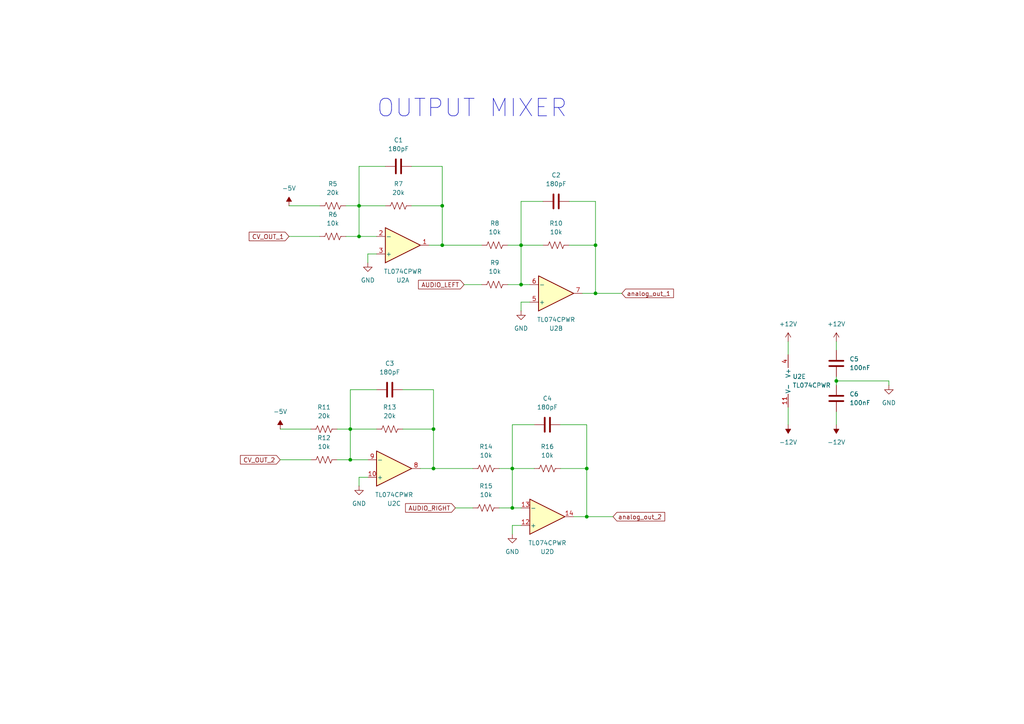
<source format=kicad_sch>
(kicad_sch (version 20250114) (generator "eeschema") (generator_version "9.0")
  (paper "A4")
  (title_block (title "200 Series Synthesis Platform") (date "2025-01-18") (rev "A0") (company "SVG Synthesis"))
  (lib_symbols
    (symbol "0_synthesis_ic:TL074CPWR" (pin_names (offset 0.127))
      (property "Reference" "U" (at 0 5.08 0))
      (property "Value" "TL074CPWR" (at 0 -5.08 0))
      (symbol "TL074CPWR_1_1"
        (polyline (pts (xy -5.08 5.08) (xy 5.08 0) (xy -5.08 -5.08) (xy -5.08 5.08)) (stroke (width 0.254)) (fill (type background)))
        (pin input line (at -7.62 2.54 0) (length 2.54) (name "+") (number "3"))
        (pin input line (at -7.62 -2.54 0) (length 2.54) (name "-") (number "2"))
        (pin output line (at 7.62 0 180) (length 2.54) (name "~") (number "1"))
      )
      (symbol "TL074CPWR_2_1"
        (polyline (pts (xy -5.08 5.08) (xy 5.08 0) (xy -5.08 -5.08) (xy -5.08 5.08)) (stroke (width 0.254)) (fill (type background)))
        (pin input line (at -7.62 2.54 0) (length 2.54) (name "+") (number "5"))
        (pin input line (at -7.62 -2.54 0) (length 2.54) (name "-") (number "6"))
        (pin output line (at 7.62 0 180) (length 2.54) (name "~") (number "7"))
      )
      (symbol "TL074CPWR_3_1"
        (polyline (pts (xy -5.08 5.08) (xy 5.08 0) (xy -5.08 -5.08) (xy -5.08 5.08)) (stroke (width 0.254)) (fill (type background)))
        (pin input line (at -7.62 2.54 0) (length 2.54) (name "+") (number "10"))
        (pin input line (at -7.62 -2.54 0) (length 2.54) (name "-") (number "9"))
        (pin output line (at 7.62 0 180) (length 2.54) (name "~") (number "8"))
      )
      (symbol "TL074CPWR_4_1"
        (polyline (pts (xy -5.08 5.08) (xy 5.08 0) (xy -5.08 -5.08) (xy -5.08 5.08)) (stroke (width 0.254)) (fill (type background)))
        (pin input line (at -7.62 2.54 0) (length 2.54) (name "+") (number "12"))
        (pin input line (at -7.62 -2.54 0) (length 2.54) (name "-") (number "13"))
        (pin output line (at 7.62 0 180) (length 2.54) (name "~") (number "14"))
      )
      (symbol "TL074CPWR_5_1"
        (pin power_in line (at -2.54 7.62 270) (length 3.81) (name "V+") (number "4"))
        (pin power_in line (at -2.54 -7.62 90) (length 3.81) (name "V-") (number "11"))
      )
    )
    (symbol "0_synthesis_passives:CAP_100NF_0603_X7R" (pin_numbers (hide yes)) (pin_names (offset 0.254))
      (property "Reference" "C" (at 0.635 2.54 0))
      (property "Value" "100nF" (at 0.635 -2.54 0))
      (symbol "CAP_100NF_0603_X7R_0_1"
        (polyline (pts (xy -2.032 0.762) (xy 2.032 0.762)) (stroke (width 0.508)))
        (polyline (pts (xy -2.032 -0.762) (xy 2.032 -0.762)) (stroke (width 0.508)))
      )
      (symbol "CAP_100NF_0603_X7R_1_1"
        (pin passive line (at 0 3.81 270) (length 2.794) (name "~") (number "1"))
        (pin passive line (at 0 -3.81 90) (length 2.794) (name "~") (number "2"))
      )
    )
    (symbol "0_synthesis_passives:CAP_180PF_0603_C0G" (pin_numbers (hide yes)) (pin_names (offset 0.254))
      (property "Reference" "C" (at 0.635 2.54 0))
      (property "Value" "180pF" (at 0.635 -2.54 0))
      (symbol "CAP_180PF_0603_C0G_0_1"
        (polyline (pts (xy -2.032 0.762) (xy 2.032 0.762)) (stroke (width 0.508)))
        (polyline (pts (xy -2.032 -0.762) (xy 2.032 -0.762)) (stroke (width 0.508)))
      )
      (symbol "CAP_180PF_0603_C0G_1_1"
        (pin passive line (at 0 3.81 270) (length 2.794) (name "~") (number "1"))
        (pin passive line (at 0 -3.81 90) (length 2.794) (name "~") (number "2"))
      )
    )
    (symbol "0_synthesis_passives:RES_10k_0603" (pin_numbers (hide yes)) (pin_names (offset 0))
      (property "Reference" "R" (at 2.54 0 90))
      (property "Value" "10k" (at -2.54 0 90))
      (symbol "RES_10k_0603_0_1"
        (polyline (pts (xy 0 2.286) (xy 0 2.54)))
        (polyline (pts (xy 0 2.286) (xy 1.016 1.905) (xy 0 1.524) (xy -1.016 1.143) (xy 0 0.762)))
        (polyline (pts (xy 0 0.762) (xy 1.016 0.381) (xy 0 0) (xy -1.016 -0.381) (xy 0 -0.762)))
        (polyline (pts (xy 0 -0.762) (xy 1.016 -1.143) (xy 0 -1.524) (xy -1.016 -1.905) (xy 0 -2.286)))
        (polyline (pts (xy 0 -2.286) (xy 0 -2.54)))
      )
      (symbol "RES_10k_0603_1_1"
        (pin passive line (at 0 3.81 270) (length 1.27) (name "~") (number "1"))
        (pin passive line (at 0 -3.81 90) (length 1.27) (name "~") (number "2"))
      )
    )
    (symbol "0_synthesis_passives:RES_20k_0603" (pin_numbers (hide yes)) (pin_names (offset 0))
      (property "Reference" "R" (at 2.54 0 90))
      (property "Value" "20k" (at -2.54 0 90))
      (symbol "RES_20k_0603_0_1"
        (polyline (pts (xy 0 2.286) (xy 0 2.54)))
        (polyline (pts (xy 0 2.286) (xy 1.016 1.905) (xy 0 1.524) (xy -1.016 1.143) (xy 0 0.762)))
        (polyline (pts (xy 0 0.762) (xy 1.016 0.381) (xy 0 0) (xy -1.016 -0.381) (xy 0 -0.762)))
        (polyline (pts (xy 0 -0.762) (xy 1.016 -1.143) (xy 0 -1.524) (xy -1.016 -1.905) (xy 0 -2.286)))
        (polyline (pts (xy 0 -2.286) (xy 0 -2.54)))
      )
      (symbol "RES_20k_0603_1_1"
        (pin passive line (at 0 3.81 270) (length 1.27) (name "~") (number "1"))
        (pin passive line (at 0 -3.81 90) (length 1.27) (name "~") (number "2"))
      )
    )
    (symbol "power:+12V" (power) (pin_numbers (hide yes)) (pin_names (offset 0) (hide yes))
      (property "Value" "+12V" (at 0 3.556 0))
      (symbol "+12V_0_1"
        (polyline (pts (xy -0.762 1.27) (xy 0 2.54)))
        (polyline (pts (xy 0 2.54) (xy 0.762 1.27)))
        (polyline (pts (xy 0 0) (xy 0 2.54)))
      )
      (symbol "+12V_1_1"
        (pin power_in line (at 0 0 90) (length 0) (name "~") (number "1"))
      )
    )
    (symbol "power:-12V" (power) (pin_numbers (hide yes)) (pin_names (offset 0) (hide yes))
      (property "Value" "-12V" (at 0 3.556 0))
      (symbol "-12V_0_0"
        (pin power_in line (at 0 0 90) (length 0) (name "~") (number "1"))
      )
      (symbol "-12V_0_1"
        (polyline (pts (xy 0 0) (xy 0 1.27) (xy 0.762 1.27) (xy 0 2.54) (xy -0.762 1.27) (xy 0 1.27)) (fill (type outline)))
      )
    )
    (symbol "power:-5V" (power) (pin_numbers (hide yes)) (pin_names (offset 0) (hide yes))
      (property "Value" "-5V" (at 0 3.556 0))
      (symbol "-5V_0_0"
        (pin power_in line (at 0 0 90) (length 0) (name "~") (number "1"))
      )
      (symbol "-5V_0_1"
        (polyline (pts (xy 0 0) (xy 0 1.27) (xy 0.762 1.27) (xy 0 2.54) (xy -0.762 1.27) (xy 0 1.27)) (fill (type outline)))
      )
    )
    (symbol "power:GND" (power) (pin_numbers (hide yes)) (pin_names (offset 0) (hide yes))
      (property "Value" "GND" (at 0 -3.81 0))
      (symbol "GND_0_1"
        (polyline (pts (xy 0 0) (xy 0 -1.27) (xy 1.27 -1.27) (xy 0 -2.54) (xy -1.27 -1.27) (xy 0 -1.27)))
      )
      (symbol "GND_1_1"
        (pin power_in line (at 0 0 270) (length 0) (name "~") (number "1"))
      )
    )
  )
  (text "OUTPUT MIXER" (at 136.906 31.496 0) (effects (font (size 5.08 5.08))))
  (junction (at 148.59 147.32))
  (junction (at 101.6 124.46))
  (junction (at 170.18 135.89))
  (junction (at 104.14 68.58))
  (junction (at 125.73 124.46))
  (junction (at 172.72 71.12))
  (junction (at 101.6 133.35))
  (junction (at 170.18 149.86))
  (junction (at 148.59 135.89))
  (junction (at 172.72 85.09))
  (junction (at 128.27 59.69))
  (junction (at 151.13 82.55))
  (junction (at 242.57 110.49))
  (junction (at 104.14 59.69))
  (junction (at 151.13 71.12))
  (junction (at 128.27 71.12))
  (junction (at 125.73 135.89))
  (wire (pts (xy 100.33 59.69) (xy 104.14 59.69)))
  (wire (pts (xy 162.56 123.19) (xy 170.18 123.19)))
  (wire (pts (xy 101.6 124.46) (xy 109.22 124.46)))
  (wire (pts (xy 104.14 48.26) (xy 104.14 59.69)))
  (wire (pts (xy 228.6 99.06) (xy 228.6 102.87)))
  (wire (pts (xy 92.71 68.58) (xy 83.82 68.58)))
  (wire (pts (xy 104.14 68.58) (xy 109.22 68.58)))
  (wire (pts (xy 165.1 58.42) (xy 172.72 58.42)))
  (wire (pts (xy 165.1 71.12) (xy 172.72 71.12)))
  (wire (pts (xy 148.59 135.89) (xy 148.59 147.32)))
  (wire (pts (xy 121.92 135.89) (xy 125.73 135.89)))
  (wire (pts (xy 151.13 90.17) (xy 151.13 87.63)))
  (wire (pts (xy 170.18 149.86) (xy 177.8 149.86)))
  (wire (pts (xy 242.57 110.49) (xy 257.81 110.49)))
  (wire (pts (xy 116.84 113.03) (xy 125.73 113.03)))
  (wire (pts (xy 172.72 58.42) (xy 172.72 71.12)))
  (wire (pts (xy 172.72 85.09) (xy 180.34 85.09)))
  (wire (pts (xy 83.82 59.69) (xy 92.71 59.69)))
  (wire (pts (xy 100.33 68.58) (xy 104.14 68.58)))
  (wire (pts (xy 144.78 135.89) (xy 148.59 135.89)))
  (wire (pts (xy 257.81 110.49) (xy 257.81 111.76)))
  (wire (pts (xy 104.14 138.43) (xy 106.68 138.43)))
  (wire (pts (xy 170.18 123.19) (xy 170.18 135.89)))
  (wire (pts (xy 81.28 124.46) (xy 90.17 124.46)))
  (wire (pts (xy 144.78 147.32) (xy 148.59 147.32)))
  (wire (pts (xy 242.57 119.38) (xy 242.57 123.19)))
  (wire (pts (xy 154.94 123.19) (xy 148.59 123.19)))
  (wire (pts (xy 242.57 99.06) (xy 242.57 101.6)))
  (wire (pts (xy 97.79 124.46) (xy 101.6 124.46)))
  (wire (pts (xy 104.14 59.69) (xy 111.76 59.69)))
  (wire (pts (xy 151.13 71.12) (xy 151.13 82.55)))
  (wire (pts (xy 128.27 59.69) (xy 128.27 71.12)))
  (wire (pts (xy 119.38 48.26) (xy 128.27 48.26)))
  (wire (pts (xy 90.17 133.35) (xy 81.28 133.35)))
  (wire (pts (xy 157.48 58.42) (xy 151.13 58.42)))
  (wire (pts (xy 151.13 58.42) (xy 151.13 71.12)))
  (wire (pts (xy 242.57 109.22) (xy 242.57 110.49)))
  (wire (pts (xy 104.14 59.69) (xy 104.14 68.58)))
  (wire (pts (xy 132.08 147.32) (xy 137.16 147.32)))
  (wire (pts (xy 101.6 113.03) (xy 101.6 124.46)))
  (wire (pts (xy 148.59 152.4) (xy 151.13 152.4)))
  (wire (pts (xy 97.79 133.35) (xy 101.6 133.35)))
  (wire (pts (xy 148.59 147.32) (xy 151.13 147.32)))
  (wire (pts (xy 228.6 118.11) (xy 228.6 123.19)))
  (wire (pts (xy 125.73 124.46) (xy 125.73 135.89)))
  (wire (pts (xy 148.59 123.19) (xy 148.59 135.89)))
  (wire (pts (xy 125.73 113.03) (xy 125.73 124.46)))
  (wire (pts (xy 168.91 85.09) (xy 172.72 85.09)))
  (wire (pts (xy 147.32 82.55) (xy 151.13 82.55)))
  (wire (pts (xy 109.22 113.03) (xy 101.6 113.03)))
  (wire (pts (xy 151.13 71.12) (xy 157.48 71.12)))
  (wire (pts (xy 134.62 82.55) (xy 139.7 82.55)))
  (wire (pts (xy 104.14 140.97) (xy 104.14 138.43)))
  (wire (pts (xy 147.32 71.12) (xy 151.13 71.12)))
  (wire (pts (xy 172.72 71.12) (xy 172.72 85.09)))
  (wire (pts (xy 125.73 135.89) (xy 137.16 135.89)))
  (wire (pts (xy 148.59 135.89) (xy 154.94 135.89)))
  (wire (pts (xy 242.57 110.49) (xy 242.57 111.76)))
  (wire (pts (xy 151.13 82.55) (xy 153.67 82.55)))
  (wire (pts (xy 119.38 59.69) (xy 128.27 59.69)))
  (wire (pts (xy 128.27 71.12) (xy 139.7 71.12)))
  (wire (pts (xy 101.6 124.46) (xy 101.6 133.35)))
  (wire (pts (xy 106.68 76.2) (xy 106.68 73.66)))
  (wire (pts (xy 151.13 87.63) (xy 153.67 87.63)))
  (wire (pts (xy 111.76 48.26) (xy 104.14 48.26)))
  (wire (pts (xy 106.68 73.66) (xy 109.22 73.66)))
  (wire (pts (xy 162.56 135.89) (xy 170.18 135.89)))
  (wire (pts (xy 148.59 154.94) (xy 148.59 152.4)))
  (wire (pts (xy 116.84 124.46) (xy 125.73 124.46)))
  (wire (pts (xy 166.37 149.86) (xy 170.18 149.86)))
  (wire (pts (xy 124.46 71.12) (xy 128.27 71.12)))
  (wire (pts (xy 101.6 133.35) (xy 106.68 133.35)))
  (wire (pts (xy 170.18 135.89) (xy 170.18 149.86)))
  (wire (pts (xy 128.27 48.26) (xy 128.27 59.69)))
  (global_label "analog_out_2" (shape input) (at 177.8 149.86 0) (property "Intersheetrefs" "${INTERSHEET_REFS}" (effects (hide yes))))
  (global_label "analog_out_1" (shape input) (at 180.34 85.09 0) (property "Intersheetrefs" "${INTERSHEET_REFS}" (effects (hide yes))))
  (global_label "CV_OUT_2" (shape input) (at 81.28 133.35 180) (property "Intersheetrefs" "${INTERSHEET_REFS}" (effects (hide yes))))
  (global_label "AUDIO_LEFT" (shape input) (at 134.62 82.55 180) (property "Intersheetrefs" "${INTERSHEET_REFS}" (effects (hide yes))))
  (global_label "CV_OUT_1" (shape input) (at 83.82 68.58 180) (property "Intersheetrefs" "${INTERSHEET_REFS}" (effects (hide yes))))
  (global_label "AUDIO_RIGHT" (shape input) (at 132.08 147.32 180) (property "Intersheetrefs" "${INTERSHEET_REFS}" (effects (hide yes))))
  (symbol (lib_id "0_synthesis_passives:RES_20k_0603") (at 115.57 59.69 90) (unit 1)
    (property "Reference" "R7" (at 115.57 53.34 90))
    (property "Value" "20k" (at 115.57 55.88 90))
    (property "Footprint" "0_synthesis_smt:R_0603_1608Metric" (effects (hide yes)))
    (property "Description" "RES 20K OHM 1% 1/10W 0603" (effects (hide yes)))
    (property "MFR" "YAGEO" (effects (hide yes)))
    (property "MPN" "RC0603FR-0720KL" (effects (hide yes)))
    (property "LCSC" "C105575" (effects (hide yes)))
  )
  (symbol (lib_id "0_synthesis_passives:RES_10k_0603") (at 161.29 71.12 90) (unit 1)
    (property "Reference" "R10" (at 161.29 64.77 90))
    (property "Value" "10k" (at 161.29 67.31 90))
    (property "Footprint" "0_synthesis_smt:R_0603_1608Metric" (effects (hide yes)))
    (property "Description" "RES 10K OHM 1% 1/10W 0603" (effects (hide yes)))
    (property "MFR" "YAGEO" (effects (hide yes)))
    (property "MPN" "RC0603FR-0710KL" (effects (hide yes)))
    (property "LCSC" "C98220" (effects (hide yes)))
  )
  (symbol (lib_id "0_synthesis_passives:RES_10k_0603") (at 143.51 82.55 90) (unit 1)
    (property "Reference" "R9" (at 143.51 76.2 90))
    (property "Value" "10k" (at 143.51 78.74 90))
    (property "Footprint" "0_synthesis_smt:R_0603_1608Metric" (effects (hide yes)))
    (property "Description" "RES 10K OHM 1% 1/10W 0603" (effects (hide yes)))
    (property "MFR" "YAGEO" (effects (hide yes)))
    (property "MPN" "RC0603FR-0710KL" (effects (hide yes)))
    (property "LCSC" "C98220" (effects (hide yes)))
  )
  (symbol (lib_id "0_synthesis_passives:RES_10k_0603") (at 93.98 133.35 270) (unit 1)
    (property "Reference" "R12" (at 93.98 127 90))
    (property "Value" "10k" (at 93.98 129.54 90))
    (property "Footprint" "0_synthesis_smt:R_0603_1608Metric" (effects (hide yes)))
    (property "Description" "RES 10K OHM 1% 1/10W 0603" (effects (hide yes)))
    (property "MFR" "YAGEO" (effects (hide yes)))
    (property "MPN" "RC0603FR-0710KL" (effects (hide yes)))
    (property "LCSC" "C98220" (effects (hide yes)))
  )
  (symbol (lib_id "power:+12V") (at 242.57 99.06 0) (unit 1)
    (property "Reference" "#PWR044" (effects (hide yes)))
    (property "Value" "+12V" (at 242.57 93.98 0))
    (property "Description" "Power symbol creates a global label with name \"+12V\"" (effects (hide yes)))
  )
  (symbol (lib_id "0_synthesis_ic:TL074CPWR") (at 158.75 149.86 0) (mirror x) (unit 4)
    (property "Reference" "U2" (at 158.75 160.02 0))
    (property "Value" "TL074CPWR" (at 158.75 157.48 0))
    (property "Footprint" "0_synthesis_smt:TSSOP-14_4.4x5mm_P0.65mm" (effects (hide yes)))
    (property "Datasheet" "http://www.ti.com/lit/ds/symlink/lm2902-n.pdf" (effects (hide yes)))
    (property "Description" "IC OPAMP JFET 4 CIRCUIT 14TSSOP" (effects (hide yes)))
    (property "MFR" "TEXAS INTRUMENTS" (effects (hide yes)))
    (property "MPN" "TL074CPWR" (effects (hide yes)))
    (property "LCSC" "C96507" (effects (hide yes)))
  )
  (symbol (lib_id "0_synthesis_passives:RES_10k_0603") (at 143.51 71.12 90) (unit 1)
    (property "Reference" "R8" (at 143.51 64.77 90))
    (property "Value" "10k" (at 143.51 67.31 90))
    (property "Footprint" "0_synthesis_smt:R_0603_1608Metric" (effects (hide yes)))
    (property "Description" "RES 10K OHM 1% 1/10W 0603" (effects (hide yes)))
    (property "MFR" "YAGEO" (effects (hide yes)))
    (property "MPN" "RC0603FR-0710KL" (effects (hide yes)))
    (property "LCSC" "C98220" (effects (hide yes)))
  )
  (symbol (lib_id "power:GND") (at 148.59 154.94 0) (unit 1)
    (property "Reference" "#PWR034" (effects (hide yes)))
    (property "Value" "GND" (at 148.59 160.02 0))
    (property "Description" "Power symbol creates a global label with name \"GND\" , ground" (effects (hide yes)))
  )
  (symbol (lib_id "0_synthesis_passives:RES_10k_0603") (at 158.75 135.89 90) (unit 1)
    (property "Reference" "R16" (at 158.75 129.54 90))
    (property "Value" "10k" (at 158.75 132.08 90))
    (property "Footprint" "0_synthesis_smt:R_0603_1608Metric" (effects (hide yes)))
    (property "Description" "RES 10K OHM 1% 1/10W 0603" (effects (hide yes)))
    (property "MFR" "YAGEO" (effects (hide yes)))
    (property "MPN" "RC0603FR-0710KL" (effects (hide yes)))
    (property "LCSC" "C98220" (effects (hide yes)))
  )
  (symbol (lib_id "0_synthesis_ic:TL074CPWR") (at 114.3 135.89 0) (mirror x) (unit 3)
    (property "Reference" "U2" (at 114.3 146.05 0))
    (property "Value" "TL074CPWR" (at 114.3 143.51 0))
    (property "Footprint" "0_synthesis_smt:TSSOP-14_4.4x5mm_P0.65mm" (effects (hide yes)))
    (property "Datasheet" "http://www.ti.com/lit/ds/symlink/lm2902-n.pdf" (effects (hide yes)))
    (property "Description" "IC OPAMP JFET 4 CIRCUIT 14TSSOP" (effects (hide yes)))
    (property "MFR" "TEXAS INTRUMENTS" (effects (hide yes)))
    (property "MPN" "TL074CPWR" (effects (hide yes)))
    (property "LCSC" "C96507" (effects (hide yes)))
  )
  (symbol (lib_id "power:GND") (at 257.81 111.76 0) (unit 1)
    (property "Reference" "#PWR047" (effects (hide yes)))
    (property "Value" "GND" (at 257.81 116.84 0))
    (property "Description" "Power symbol creates a global label with name \"GND\" , ground" (effects (hide yes)))
  )
  (symbol (lib_id "power:-12V") (at 242.57 123.19 180) (unit 1)
    (property "Reference" "#PWR045" (effects (hide yes)))
    (property "Value" "-12V" (at 242.57 128.27 0))
    (property "Description" "Power symbol creates a global label with name \"-12V\"" (effects (hide yes)))
  )
  (symbol (lib_id "power:-12V") (at 228.6 123.19 180) (unit 1)
    (property "Reference" "#PWR042" (effects (hide yes)))
    (property "Value" "-12V" (at 228.6 128.27 0))
    (property "Description" "Power symbol creates a global label with name \"-12V\"" (effects (hide yes)))
  )
  (symbol (lib_id "0_synthesis_passives:CAP_180PF_0603_C0G") (at 161.29 58.42 90) (unit 1)
    (property "Reference" "C2" (at 161.29 50.8 90))
    (property "Value" "180pF" (at 161.29 53.34 90))
    (property "Footprint" "0_synthesis_smt:C_0603_1608Metric" (effects (hide yes)))
    (property "Description" "CAP CER 180PF 50V C0G 0603" (effects (hide yes)))
    (property "MFR" "YAGEO" (effects (hide yes)))
    (property "MPN" "CC0603JRNPO9BN181" (effects (hide yes)))
    (property "LCSC" "C107041" (effects (hide yes)))
  )
  (symbol (lib_id "power:-5V") (at 83.82 59.69 0) (unit 1)
    (property "Reference" "#PWR031" (effects (hide yes)))
    (property "Value" "-5V" (at 83.82 54.61 0))
    (property "Description" "Power symbol creates a global label with name \"-5V\"" (effects (hide yes)))
  )
  (symbol (lib_id "power:GND") (at 106.68 76.2 0) (unit 1)
    (property "Reference" "#PWR033" (effects (hide yes)))
    (property "Value" "GND" (at 106.68 81.28 0))
    (property "Description" "Power symbol creates a global label with name \"GND\" , ground" (effects (hide yes)))
  )
  (symbol (lib_id "power:-5V") (at 81.28 124.46 0) (unit 1)
    (property "Reference" "#PWR030" (effects (hide yes)))
    (property "Value" "-5V" (at 81.28 119.38 0))
    (property "Description" "Power symbol creates a global label with name \"-5V\"" (effects (hide yes)))
  )
  (symbol (lib_id "0_synthesis_passives:RES_10k_0603") (at 140.97 147.32 90) (unit 1)
    (property "Reference" "R15" (at 140.97 140.97 90))
    (property "Value" "10k" (at 140.97 143.51 90))
    (property "Footprint" "0_synthesis_smt:R_0603_1608Metric" (effects (hide yes)))
    (property "Description" "RES 10K OHM 1% 1/10W 0603" (effects (hide yes)))
    (property "MFR" "YAGEO" (effects (hide yes)))
    (property "MPN" "RC0603FR-0710KL" (effects (hide yes)))
    (property "LCSC" "C98220" (effects (hide yes)))
  )
  (symbol (lib_id "power:+12V") (at 228.6 99.06 0) (unit 1)
    (property "Reference" "#PWR041" (effects (hide yes)))
    (property "Value" "+12V" (at 228.6 93.98 0))
    (property "Description" "Power symbol creates a global label with name \"+12V\"" (effects (hide yes)))
  )
  (symbol (lib_id "0_synthesis_ic:TL074CPWR") (at 231.14 110.49 0) (unit 5)
    (property "Reference" "U2" (at 229.87 109.2199 0) (effects (justify left)))
    (property "Value" "TL074CPWR" (at 229.87 111.7599 0) (effects (justify left)))
    (property "Footprint" "0_synthesis_smt:TSSOP-14_4.4x5mm_P0.65mm" (effects (hide yes)))
    (property "Datasheet" "http://www.ti.com/lit/ds/symlink/lm2902-n.pdf" (effects (hide yes)))
    (property "Description" "IC OPAMP JFET 4 CIRCUIT 14TSSOP" (effects (hide yes)))
    (property "MFR" "TEXAS INTRUMENTS" (effects (hide yes)))
    (property "MPN" "TL074CPWR" (effects (hide yes)))
    (property "LCSC" "C96507" (effects (hide yes)))
  )
  (symbol (lib_id "0_synthesis_passives:CAP_100NF_0603_X7R") (at 242.57 105.41 0) (unit 1)
    (property "Reference" "C5" (at 246.38 104.1399 0) (effects (justify left)))
    (property "Value" "100nF" (at 246.38 106.6799 0) (effects (justify left)))
    (property "Footprint" "0_synthesis_smt:C_0603_1608Metric" (effects (hide yes)))
    (property "Description" "CAP CER 0.1UF 50V X7R 0603" (effects (hide yes)))
    (property "MFR" "YAGEO" (effects (hide yes)))
    (property "MPN" "CC0603KRX7R9BB104" (effects (hide yes)))
    (property "LCSC" "C14663" (effects (hide yes)))
  )
  (symbol (lib_id "power:GND") (at 104.14 140.97 0) (unit 1)
    (property "Reference" "#PWR032" (effects (hide yes)))
    (property "Value" "GND" (at 104.14 146.05 0))
    (property "Description" "Power symbol creates a global label with name \"GND\" , ground" (effects (hide yes)))
  )
  (symbol (lib_id "0_synthesis_passives:CAP_180PF_0603_C0G") (at 115.57 48.26 90) (unit 1)
    (property "Reference" "C1" (at 115.57 40.64 90))
    (property "Value" "180pF" (at 115.57 43.18 90))
    (property "Footprint" "0_synthesis_smt:C_0603_1608Metric" (effects (hide yes)))
    (property "Description" "CAP CER 180PF 50V C0G 0603" (effects (hide yes)))
    (property "MFR" "YAGEO" (effects (hide yes)))
    (property "MPN" "CC0603JRNPO9BN181" (effects (hide yes)))
    (property "LCSC" "C107041" (effects (hide yes)))
  )
  (symbol (lib_id "0_synthesis_passives:CAP_180PF_0603_C0G") (at 113.03 113.03 90) (unit 1)
    (property "Reference" "C3" (at 113.03 105.41 90))
    (property "Value" "180pF" (at 113.03 107.95 90))
    (property "Footprint" "0_synthesis_smt:C_0603_1608Metric" (effects (hide yes)))
    (property "Description" "CAP CER 180PF 50V C0G 0603" (effects (hide yes)))
    (property "MFR" "YAGEO" (effects (hide yes)))
    (property "MPN" "CC0603JRNPO9BN181" (effects (hide yes)))
    (property "LCSC" "C107041" (effects (hide yes)))
  )
  (symbol (lib_id "0_synthesis_passives:RES_20k_0603") (at 96.52 59.69 90) (unit 1)
    (property "Reference" "R5" (at 96.52 53.34 90))
    (property "Value" "20k" (at 96.52 55.88 90))
    (property "Footprint" "0_synthesis_smt:R_0603_1608Metric" (effects (hide yes)))
    (property "Description" "RES 20K OHM 1% 1/10W 0603" (effects (hide yes)))
    (property "MFR" "YAGEO" (effects (hide yes)))
    (property "MPN" "RC0603FR-0720KL" (effects (hide yes)))
    (property "LCSC" "C105575" (effects (hide yes)))
  )
  (symbol (lib_id "0_synthesis_ic:TL074CPWR") (at 161.29 85.09 0) (mirror x) (unit 2)
    (property "Reference" "U2" (at 161.29 95.25 0))
    (property "Value" "TL074CPWR" (at 161.29 92.71 0))
    (property "Footprint" "0_synthesis_smt:TSSOP-14_4.4x5mm_P0.65mm" (effects (hide yes)))
    (property "Datasheet" "http://www.ti.com/lit/ds/symlink/lm2902-n.pdf" (effects (hide yes)))
    (property "Description" "IC OPAMP JFET 4 CIRCUIT 14TSSOP" (effects (hide yes)))
    (property "MFR" "TEXAS INTRUMENTS" (effects (hide yes)))
    (property "MPN" "TL074CPWR" (effects (hide yes)))
    (property "LCSC" "C96507" (effects (hide yes)))
  )
  (symbol (lib_id "power:GND") (at 151.13 90.17 0) (unit 1)
    (property "Reference" "#PWR035" (effects (hide yes)))
    (property "Value" "GND" (at 151.13 95.25 0))
    (property "Description" "Power symbol creates a global label with name \"GND\" , ground" (effects (hide yes)))
  )
  (symbol (lib_id "0_synthesis_passives:RES_10k_0603") (at 96.52 68.58 270) (unit 1)
    (property "Reference" "R6" (at 96.52 62.23 90))
    (property "Value" "10k" (at 96.52 64.77 90))
    (property "Footprint" "0_synthesis_smt:R_0603_1608Metric" (effects (hide yes)))
    (property "Description" "RES 10K OHM 1% 1/10W 0603" (effects (hide yes)))
    (property "MFR" "YAGEO" (effects (hide yes)))
    (property "MPN" "RC0603FR-0710KL" (effects (hide yes)))
    (property "LCSC" "C98220" (effects (hide yes)))
  )
  (symbol (lib_id "0_synthesis_passives:CAP_100NF_0603_X7R") (at 242.57 115.57 0) (unit 1)
    (property "Reference" "C6" (at 246.38 114.2999 0) (effects (justify left)))
    (property "Value" "100nF" (at 246.38 116.8399 0) (effects (justify left)))
    (property "Footprint" "0_synthesis_smt:C_0603_1608Metric" (effects (hide yes)))
    (property "Description" "CAP CER 0.1UF 50V X7R 0603" (effects (hide yes)))
    (property "MFR" "YAGEO" (effects (hide yes)))
    (property "MPN" "CC0603KRX7R9BB104" (effects (hide yes)))
    (property "LCSC" "C14663" (effects (hide yes)))
  )
  (symbol (lib_id "0_synthesis_passives:RES_20k_0603") (at 93.98 124.46 90) (unit 1)
    (property "Reference" "R11" (at 93.98 118.11 90))
    (property "Value" "20k" (at 93.98 120.65 90))
    (property "Footprint" "0_synthesis_smt:R_0603_1608Metric" (effects (hide yes)))
    (property "Description" "RES 20K OHM 1% 1/10W 0603" (effects (hide yes)))
    (property "MFR" "YAGEO" (effects (hide yes)))
    (property "MPN" "RC0603FR-0720KL" (effects (hide yes)))
    (property "LCSC" "C105575" (effects (hide yes)))
  )
  (symbol (lib_id "0_synthesis_passives:RES_20k_0603") (at 113.03 124.46 90) (unit 1)
    (property "Reference" "R13" (at 113.03 118.11 90))
    (property "Value" "20k" (at 113.03 120.65 90))
    (property "Footprint" "0_synthesis_smt:R_0603_1608Metric" (effects (hide yes)))
    (property "Description" "RES 20K OHM 1% 1/10W 0603" (effects (hide yes)))
    (property "MFR" "YAGEO" (effects (hide yes)))
    (property "MPN" "RC0603FR-0720KL" (effects (hide yes)))
    (property "LCSC" "C105575" (effects (hide yes)))
  )
  (symbol (lib_id "0_synthesis_ic:TL074CPWR") (at 116.84 71.12 0) (mirror x) (unit 1)
    (property "Reference" "U2" (at 116.84 81.28 0))
    (property "Value" "TL074CPWR" (at 116.84 78.74 0))
    (property "Footprint" "0_synthesis_smt:TSSOP-14_4.4x5mm_P0.65mm" (effects (hide yes)))
    (property "Datasheet" "http://www.ti.com/lit/ds/symlink/lm2902-n.pdf" (effects (hide yes)))
    (property "Description" "IC OPAMP JFET 4 CIRCUIT 14TSSOP" (effects (hide yes)))
    (property "MFR" "TEXAS INTRUMENTS" (effects (hide yes)))
    (property "MPN" "TL074CPWR" (effects (hide yes)))
    (property "LCSC" "C96507" (effects (hide yes)))
  )
  (symbol (lib_id "0_synthesis_passives:CAP_180PF_0603_C0G") (at 158.75 123.19 90) (unit 1)
    (property "Reference" "C4" (at 158.75 115.57 90))
    (property "Value" "180pF" (at 158.75 118.11 90))
    (property "Footprint" "0_synthesis_smt:C_0603_1608Metric" (effects (hide yes)))
    (property "Description" "CAP CER 180PF 50V C0G 0603" (effects (hide yes)))
    (property "MFR" "YAGEO" (effects (hide yes)))
    (property "MPN" "CC0603JRNPO9BN181" (effects (hide yes)))
    (property "LCSC" "C107041" (effects (hide yes)))
  )
  (symbol (lib_id "0_synthesis_passives:RES_10k_0603") (at 140.97 135.89 90) (unit 1)
    (property "Reference" "R14" (at 140.97 129.54 90))
    (property "Value" "10k" (at 140.97 132.08 90))
    (property "Footprint" "0_synthesis_smt:R_0603_1608Metric" (effects (hide yes)))
    (property "Description" "RES 10K OHM 1% 1/10W 0603" (effects (hide yes)))
    (property "MFR" "YAGEO" (effects (hide yes)))
    (property "MPN" "RC0603FR-0710KL" (effects (hide yes)))
    (property "LCSC" "C98220" (effects (hide yes)))
  )
)
</source>
